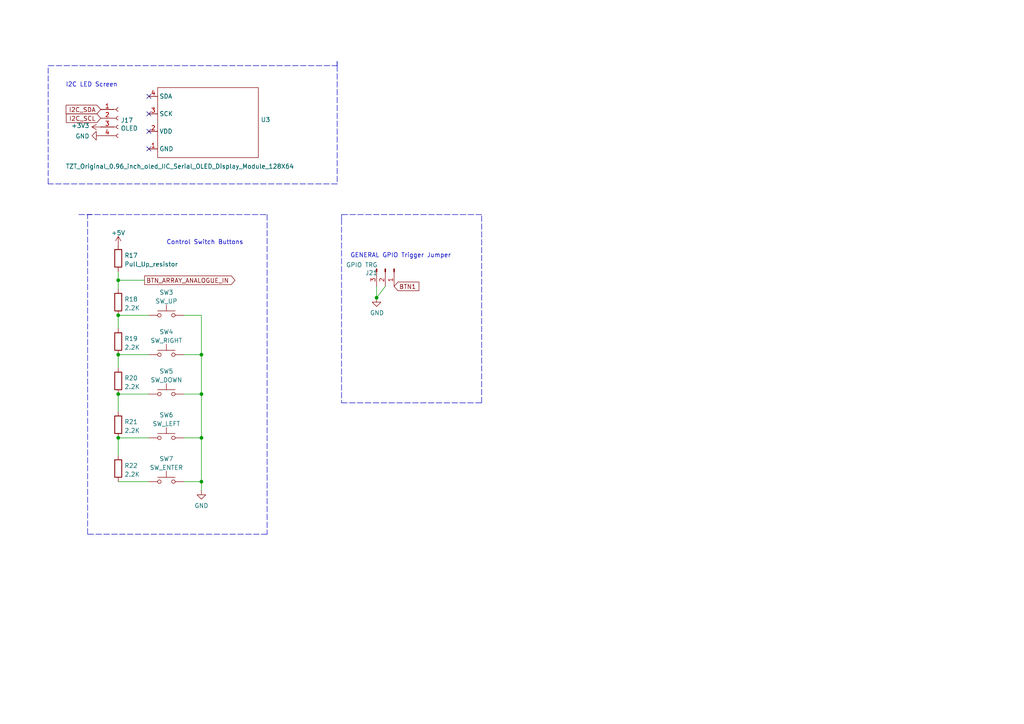
<source format=kicad_sch>
(kicad_sch (version 20211123) (generator eeschema)
  (paper "A4")
  (title_block (title "The Owl - RPI Cape 16ch Pixel Controller") (date "2022-04-04") (company "OnlineDynamic"))
  (lib_symbols
    (symbol "Connector:Conn_01x03_Male" (pin_names (offset 1.016) hide)
      (property "Reference" "J" (at 0 5.08 0))
      (property "Value" "Conn_01x03_Male" (at 0 -5.08 0))
      (symbol "Conn_01x03_Male_1_1"
        (polyline (pts (xy 1.27 -2.54) (xy 0.8636 -2.54)) (stroke (width 0.1524)))
        (polyline (pts (xy 1.27 0) (xy 0.8636 0)) (stroke (width 0.1524)))
        (polyline (pts (xy 1.27 2.54) (xy 0.8636 2.54)) (stroke (width 0.1524)))
        (rectangle (start 0.8636 -2.413) (end 0 -2.667) (stroke (width 0.1524)) (fill (type outline)))
        (rectangle (start 0.8636 0.127) (end 0 -0.127) (stroke (width 0.1524)) (fill (type outline)))
        (rectangle (start 0.8636 2.667) (end 0 2.413) (stroke (width 0.1524)) (fill (type outline)))
        (pin passive line (at 5.08 2.54 180) (length 3.81) (name "Pin_1") (number "1"))
        (pin passive line (at 5.08 0 180) (length 3.81) (name "Pin_2") (number "2"))
        (pin passive line (at 5.08 -2.54 180) (length 3.81) (name "Pin_3") (number "3"))
      )
    )
    (symbol "Connector:Conn_01x04_Female" (pin_names (offset 1.016) hide)
      (property "Reference" "J" (at 0 5.08 0))
      (property "Value" "Conn_01x04_Female" (at 0 -7.62 0))
      (symbol "Conn_01x04_Female_1_1"
        (arc (start 0 -4.572) (mid -0.508 -5.08) (end 0 -5.588) (stroke (width 0.1524)))
        (arc (start 0 -2.032) (mid -0.508 -2.54) (end 0 -3.048) (stroke (width 0.1524)))
        (polyline (pts (xy -1.27 -5.08) (xy -0.508 -5.08)) (stroke (width 0.1524)))
        (polyline (pts (xy -1.27 -2.54) (xy -0.508 -2.54)) (stroke (width 0.1524)))
        (polyline (pts (xy -1.27 0) (xy -0.508 0)) (stroke (width 0.1524)))
        (polyline (pts (xy -1.27 2.54) (xy -0.508 2.54)) (stroke (width 0.1524)))
        (arc (start 0 0.508) (mid -0.508 0) (end 0 -0.508) (stroke (width 0.1524)))
        (arc (start 0 3.048) (mid -0.508 2.54) (end 0 2.032) (stroke (width 0.1524)))
        (pin passive line (at -5.08 2.54 0) (length 3.81) (name "Pin_1") (number "1"))
        (pin passive line (at -5.08 0 0) (length 3.81) (name "Pin_2") (number "2"))
        (pin passive line (at -5.08 -2.54 0) (length 3.81) (name "Pin_3") (number "3"))
        (pin passive line (at -5.08 -5.08 0) (length 3.81) (name "Pin_4") (number "4"))
      )
    )
    (symbol "Device:R" (pin_numbers hide) (pin_names (offset 0))
      (property "Reference" "R" (at 2.032 0 90))
      (property "Value" "R" (at 0 0 90))
      (symbol "R_0_1"
        (rectangle (start -1.016 -2.54) (end 1.016 2.54) (stroke (width 0.254)))
      )
      (symbol "R_1_1"
        (pin passive line (at 0 3.81 270) (length 1.27) (name "~") (number "1"))
        (pin passive line (at 0 -3.81 90) (length 1.27) (name "~") (number "2"))
      )
    )
    (symbol "Stuarts_BESPOKE:TZT_Original_0.96_inch_oled_IIC_Serial_OLED_Display_Module_128X64"
      (property "Reference" "U" (at 6.35 -12.7 0))
      (property "Value" "TZT_Original_0.96_inch_oled_IIC_Serial_OLED_Display_Module_128X64" (at 0 0 0))
      (symbol "TZT_Original_0.96_inch_oled_IIC_Serial_OLED_Display_Module_128X64_0_1"
        (rectangle (start -13.97 -19.05) (end 6.35 -48.26) (stroke (width 0.1524)))
      )
      (symbol "TZT_Original_0.96_inch_oled_IIC_Serial_OLED_Display_Module_128X64_1_1"
        (pin power_in line (at -11.43 -16.51 270) (length 2.54) (name "GND") (number "1"))
        (pin power_in line (at -6.35 -16.51 270) (length 2.54) (name "VDD") (number "2"))
        (pin input line (at -1.27 -16.51 270) (length 2.54) (name "SCK") (number "3"))
        (pin input line (at 3.81 -16.51 270) (length 2.54) (name "SDA") (number "4"))
      )
    )
    (symbol "Switch:SW_Push" (pin_numbers hide) (pin_names (offset 1.016) hide)
      (property "Reference" "SW" (at 1.27 2.54 0))
      (property "Value" "SW_Push" (at 0 -1.524 0))
      (symbol "SW_Push_0_1"
        (circle (center -2.032 0) (radius 0.508))
        (polyline (pts (xy 0 1.27) (xy 0 3.048)))
        (polyline (pts (xy 2.54 1.27) (xy -2.54 1.27)))
        (circle (center 2.032 0) (radius 0.508))
        (pin passive line (at -5.08 0 0) (length 2.54) (name "1") (number "1"))
        (pin passive line (at 5.08 0 180) (length 2.54) (name "2") (number "2"))
      )
    )
    (symbol "power:+3.3V" (power) (pin_names (offset 0))
      (property "Value" "+3.3V" (at 0 3.556 0))
      (symbol "+3.3V_0_1"
        (polyline (pts (xy -0.762 1.27) (xy 0 2.54)))
        (polyline (pts (xy 0 0) (xy 0 2.54)))
        (polyline (pts (xy 0 2.54) (xy 0.762 1.27)))
      )
      (symbol "+3.3V_1_1"
        (pin power_in line (at 0 0 90) (length 0) hide (name "+3V3") (number "1"))
      )
    )
    (symbol "power:+5V" (power) (pin_names (offset 0))
      (property "Value" "+5V" (at 0 3.556 0))
      (symbol "+5V_0_1"
        (polyline (pts (xy -0.762 1.27) (xy 0 2.54)))
        (polyline (pts (xy 0 0) (xy 0 2.54)))
        (polyline (pts (xy 0 2.54) (xy 0.762 1.27)))
      )
      (symbol "+5V_1_1"
        (pin power_in line (at 0 0 90) (length 0) hide (name "+5V") (number "1"))
      )
    )
    (symbol "power:GND" (power) (pin_names (offset 0))
      (property "Value" "GND" (at 0 -3.81 0))
      (symbol "GND_0_1"
        (polyline (pts (xy 0 0) (xy 0 -1.27) (xy 1.27 -1.27) (xy 0 -2.54) (xy -1.27 -1.27) (xy 0 -1.27)))
      )
      (symbol "GND_1_1"
        (pin power_in line (at 0 0 270) (length 0) hide (name "GND") (number "1"))
      )
    )
  )
  (junction (at 34.29 81.28))
  (junction (at 58.42 102.87))
  (junction (at 58.42 139.7))
  (junction (at 58.42 114.3))
  (junction (at 34.29 91.44))
  (junction (at 109.22 86.36))
  (junction (at 34.29 114.3))
  (junction (at 34.29 127))
  (junction (at 34.29 102.87))
  (junction (at 58.42 127))
  (no_connect (at 43.18 33.02))
  (no_connect (at 43.18 27.94))
  (no_connect (at 43.18 43.18))
  (no_connect (at 43.18 38.1))
  (wire (pts (xy 58.42 139.7) (xy 58.42 142.24)))
  (polyline (pts (xy 25.4 62.23) (xy 26.67 62.23)))
  (wire (pts (xy 34.29 91.44) (xy 34.29 95.25)))
  (polyline (pts (xy 99.06 63.5) (xy 99.06 116.84)))
  (polyline (pts (xy 97.79 19.05) (xy 97.79 53.34)))
  (wire (pts (xy 109.22 83.058) (xy 109.22 86.36)))
  (wire (pts (xy 34.29 81.28) (xy 34.29 83.82)))
  (polyline (pts (xy 139.7 62.23) (xy 99.06 62.23)))
  (wire (pts (xy 53.34 127) (xy 58.42 127)))
  (wire (pts (xy 58.42 102.87) (xy 58.42 114.3)))
  (polyline (pts (xy 97.79 17.78) (xy 97.79 19.05)))
  (wire (pts (xy 53.34 91.44) (xy 58.42 91.44)))
  (polyline (pts (xy 22.86 62.23) (xy 77.47 62.23)))
  (wire (pts (xy 53.34 139.7) (xy 58.42 139.7)))
  (wire (pts (xy 34.29 91.44) (xy 43.18 91.44)))
  (wire (pts (xy 34.29 114.3) (xy 34.29 119.38)))
  (wire (pts (xy 34.29 81.28) (xy 34.29 78.74)))
  (wire (pts (xy 34.29 102.87) (xy 34.29 106.68)))
  (polyline (pts (xy 97.79 53.34) (xy 13.97 53.34)))
  (wire (pts (xy 34.29 139.7) (xy 43.18 139.7)))
  (polyline (pts (xy 13.97 19.05) (xy 97.79 19.05)))
  (wire (pts (xy 34.29 114.3) (xy 43.18 114.3)))
  (polyline (pts (xy 77.47 62.23) (xy 77.47 154.94)))
  (polyline (pts (xy 97.79 19.05) (xy 97.79 17.78)))
  (wire (pts (xy 58.42 127) (xy 58.42 139.7)))
  (polyline (pts (xy 99.06 116.84) (xy 139.7 116.84)))
  (wire (pts (xy 58.42 91.44) (xy 58.42 102.87)))
  (wire (pts (xy 53.34 114.3) (xy 58.42 114.3)))
  (wire (pts (xy 58.42 114.3) (xy 58.42 127)))
  (wire (pts (xy 34.29 102.87) (xy 43.18 102.87)))
  (polyline (pts (xy 77.47 154.94) (xy 25.4 154.94)))
  (wire (pts (xy 53.34 102.87) (xy 58.42 102.87)))
  (wire (pts (xy 34.29 127) (xy 43.18 127)))
  (polyline (pts (xy 99.06 62.23) (xy 99.06 63.5)))
  (polyline (pts (xy 25.4 154.94) (xy 25.4 62.23)))
  (polyline (pts (xy 139.7 116.84) (xy 139.7 62.23)))
  (wire (pts (xy 34.29 81.28) (xy 41.91 81.28)))
  (polyline (pts (xy 13.97 53.34) (xy 13.97 19.05)))
  (wire (pts (xy 111.76 83.058) (xy 109.22 86.36)))
  (wire (pts (xy 34.29 127) (xy 34.29 132.08)))
  (text "GENERAL GPIO Trigger Jumper" (at 101.6 74.93 0) (effects (font (size 1.27 1.27)) (justify left bottom)))
  (text "Control Switch Buttons" (at 48.26 71.12 0) (effects (font (size 1.27 1.27)) (justify left bottom)))
  (text "I2C LED Screen" (at 19.05 25.4 0) (effects (font (size 1.27 1.27)) (justify left bottom)))
  (global_label "I2C_SDA" (shape input) (at 29.21 31.75 180) (property "Intersheet References" "${INTERSHEET_REFS}" (effects hide)))
  (global_label "BTN1" (shape input) (at 114.3 83.058 0) (property "Intersheet References" "${INTERSHEET_REFS}" (effects hide)))
  (global_label "I2C_SCL" (shape input) (at 29.21 34.29 180) (property "Intersheet References" "${INTERSHEET_REFS}" (effects hide)))
  (global_label "BTN_ARRAY_ANALOGUE_IN" (shape output) (at 41.91 81.28 0) (property "Intersheet References" "${INTERSHEET_REFS}" (effects hide)))
  (symbol (lib_id "Connector:Conn_01x04_Female") (at 34.29 34.29 0) (unit 1)
    (property "Reference" "J17" (at 35.0012 34.8996 0) (effects (justify left)))
    (property "Value" "OLED" (at 35.0012 37.211 0) (effects (justify left)))
    (property "Footprint" "Connector_PinSocket_2.54mm:PinSocket_1x04_P2.54mm_Vertical" (effects hide))
  )
  (symbol (lib_id "Switch:SW_Push") (at 48.26 102.87 0) (unit 1)
    (property "Reference" "SW4" (at 48.26 96.2492 0))
    (property "Value" "SW_RIGHT" (at 48.26 98.7861 0))
    (property "Footprint" "Button_Switch_THT:SW_PUSH_6mm" (effects hide))
  )
  (symbol (lib_id "Switch:SW_Push") (at 48.26 114.3 0) (unit 1)
    (property "Reference" "SW5" (at 48.26 107.6792 0))
    (property "Value" "SW_DOWN" (at 48.26 110.2161 0))
    (property "Footprint" "Button_Switch_THT:SW_PUSH_6mm" (effects hide))
  )
  (symbol (lib_id "Device:R") (at 34.29 135.89 0) (unit 1)
    (property "Reference" "R22" (at 36.068 135.0553 0) (effects (justify left)))
    (property "Value" "2.2K" (at 36.068 137.5922 0) (effects (justify left)))
    (property "Footprint" "Resistor_SMD:R_0805_2012Metric" (effects hide))
  )
  (symbol (lib_id "Device:R") (at 34.29 87.63 0) (unit 1)
    (property "Reference" "R18" (at 36.068 86.7953 0) (effects (justify left)))
    (property "Value" "2.2K" (at 36.068 89.3322 0) (effects (justify left)))
    (property "Footprint" "Resistor_SMD:R_0805_2012Metric" (effects hide))
  )
  (symbol (lib_id "Device:R") (at 34.29 74.93 0) (unit 1)
    (property "Reference" "R17" (at 36.068 74.0953 0) (effects (justify left)))
    (property "Value" "Pull_Up_resistor" (at 36.068 76.6322 0) (effects (justify left)))
    (property "Footprint" "Resistor_SMD:R_0805_2012Metric" (effects hide))
  )
  (symbol (lib_id "Stuarts_BESPOKE:TZT_Original_0.96_inch_oled_IIC_Serial_OLED_Display_Module_128X64") (at 26.67 31.75 90) (unit 1)
    (property "Reference" "U3" (at 75.6412 34.7253 90) (effects (justify right)))
    (property "Value" "TZT_Original_0.96_inch_oled_IIC_Serial_OLED_Display_Module_128X64" (at 19.05 48.26 90) (effects (justify right)))
    (property "Footprint" "Stuart_BESPOKE:TZT_0.96inch_OLED" (effects hide))
  )
  (symbol (lib_id "power:GND") (at 58.42 142.24 0) (unit 1)
    (property "Reference" "#PWR035" (effects hide))
    (property "Value" "GND" (at 58.42 146.6834 0))
  )
  (symbol (lib_id "power:GND") (at 29.21 39.37 270) (unit 1)
    (property "Reference" "#PWR033" (effects hide))
    (property "Value" "GND" (at 25.9588 39.497 90) (effects (justify right)))
  )
  (symbol (lib_id "power:+5V") (at 34.29 71.12 0) (unit 1)
    (property "Reference" "#PWR034" (effects hide))
    (property "Value" "+5V" (at 34.29 67.5442 0))
  )
  (symbol (lib_id "power:+3.3V") (at 29.21 36.83 90) (unit 1)
    (property "Reference" "#PWR015" (effects hide))
    (property "Value" "+3.3V" (at 25.9588 36.449 90) (effects (justify left)))
  )
  (symbol (lib_id "Switch:SW_Push") (at 48.26 127 0) (unit 1)
    (property "Reference" "SW6" (at 48.26 120.3792 0))
    (property "Value" "SW_LEFT" (at 48.26 122.9161 0))
    (property "Footprint" "Button_Switch_THT:SW_PUSH_6mm" (effects hide))
  )
  (symbol (lib_id "power:GND") (at 109.22 86.36 0) (unit 1)
    (property "Reference" "#PWR0121" (effects hide))
    (property "Value" "GND" (at 109.347 90.7542 0))
  )
  (symbol (lib_id "Device:R") (at 34.29 123.19 0) (unit 1)
    (property "Reference" "R21" (at 36.068 122.3553 0) (effects (justify left)))
    (property "Value" "2.2K" (at 36.068 124.8922 0) (effects (justify left)))
    (property "Footprint" "Resistor_SMD:R_0805_2012Metric" (effects hide))
  )
  (symbol (lib_id "Device:R") (at 34.29 99.06 0) (unit 1)
    (property "Reference" "R19" (at 36.068 98.2253 0) (effects (justify left)))
    (property "Value" "2.2K" (at 36.068 100.7622 0) (effects (justify left)))
    (property "Footprint" "Resistor_SMD:R_0805_2012Metric" (effects hide))
  )
  (symbol (lib_id "Switch:SW_Push") (at 48.26 91.44 0) (unit 1)
    (property "Reference" "SW3" (at 48.26 84.8192 0))
    (property "Value" "SW_UP" (at 48.26 87.3561 0))
    (property "Footprint" "Button_Switch_THT:SW_PUSH_6mm" (effects hide))
  )
  (symbol (lib_id "Switch:SW_Push") (at 48.26 139.7 0) (unit 1)
    (property "Reference" "SW7" (at 48.26 133.0792 0))
    (property "Value" "SW_ENTER" (at 48.26 135.6161 0))
    (property "Footprint" "Button_Switch_THT:SW_PUSH_6mm" (effects hide))
  )
  (symbol (lib_id "Connector:Conn_01x03_Male") (at 111.76 77.978 270) (unit 1)
    (property "Reference" "J21" (at 109.5248 79.1464 90) (effects (justify right)))
    (property "Value" "GPIO TRG" (at 109.5248 76.835 90) (effects (justify right)))
    (property "Footprint" "Connector_JST:JST_XH_B3B-XH-A_1x03_P2.50mm_Vertical" (effects hide))
  )
  (symbol (lib_id "Device:R") (at 34.29 110.49 0) (unit 1)
    (property "Reference" "R20" (at 36.068 109.6553 0) (effects (justify left)))
    (property "Value" "2.2K" (at 36.068 112.1922 0) (effects (justify left)))
    (property "Footprint" "Resistor_SMD:R_0805_2012Metric" (effects hide))
  )
)
</source>
